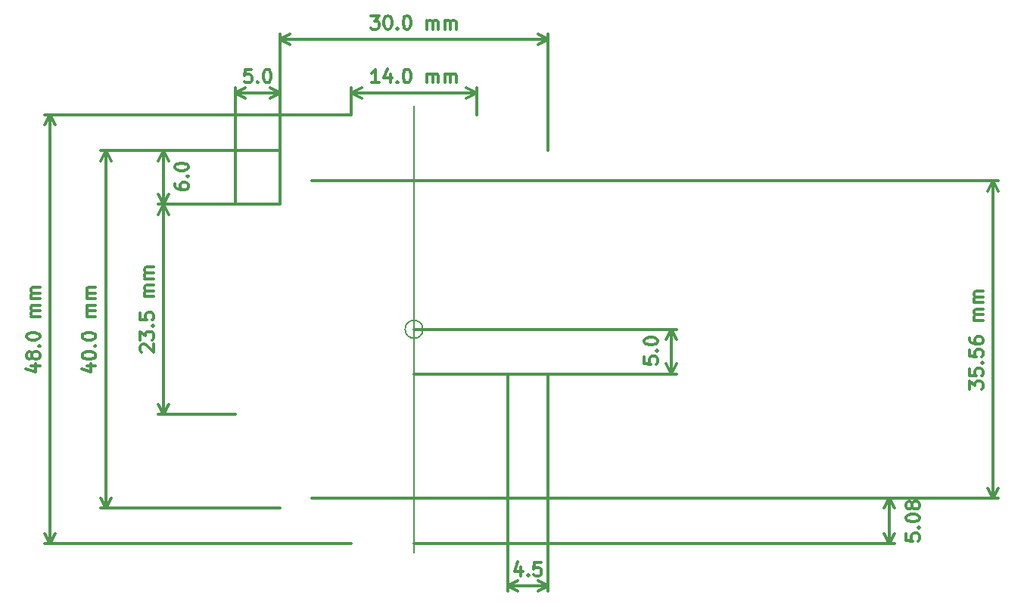
<source format=gbr>
G04 #@! TF.GenerationSoftware,KiCad,Pcbnew,6.0.11-2627ca5db0~126~ubuntu22.04.1*
G04 #@! TF.CreationDate,2023-12-06T10:34:05+01:00*
G04 #@! TF.ProjectId,bus-module_atmega324,6275732d-6d6f-4647-956c-655f61746d65,C*
G04 #@! TF.SameCoordinates,Original*
G04 #@! TF.FileFunction,Other,Comment*
%FSLAX46Y46*%
G04 Gerber Fmt 4.6, Leading zero omitted, Abs format (unit mm)*
G04 Created by KiCad (PCBNEW 6.0.11-2627ca5db0~126~ubuntu22.04.1) date 2023-12-06 10:34:05*
%MOMM*%
%LPD*%
G01*
G04 APERTURE LIST*
%ADD10C,0.200000*%
%ADD11C,0.300000*%
G04 APERTURE END LIST*
D10*
X100000000Y-75000000D02*
X100000000Y-125000000D01*
X101000000Y-100000000D02*
G75*
G03*
X101000000Y-100000000I-1000000J0D01*
G01*
D11*
X162148571Y-106738928D02*
X162148571Y-105810357D01*
X162720000Y-106310357D01*
X162720000Y-106096071D01*
X162791428Y-105953214D01*
X162862857Y-105881785D01*
X163005714Y-105810357D01*
X163362857Y-105810357D01*
X163505714Y-105881785D01*
X163577142Y-105953214D01*
X163648571Y-106096071D01*
X163648571Y-106524642D01*
X163577142Y-106667500D01*
X163505714Y-106738928D01*
X162148571Y-104453214D02*
X162148571Y-105167500D01*
X162862857Y-105238928D01*
X162791428Y-105167500D01*
X162720000Y-105024642D01*
X162720000Y-104667500D01*
X162791428Y-104524642D01*
X162862857Y-104453214D01*
X163005714Y-104381785D01*
X163362857Y-104381785D01*
X163505714Y-104453214D01*
X163577142Y-104524642D01*
X163648571Y-104667500D01*
X163648571Y-105024642D01*
X163577142Y-105167500D01*
X163505714Y-105238928D01*
X163505714Y-103738928D02*
X163577142Y-103667500D01*
X163648571Y-103738928D01*
X163577142Y-103810357D01*
X163505714Y-103738928D01*
X163648571Y-103738928D01*
X162148571Y-102310357D02*
X162148571Y-103024642D01*
X162862857Y-103096071D01*
X162791428Y-103024642D01*
X162720000Y-102881785D01*
X162720000Y-102524642D01*
X162791428Y-102381785D01*
X162862857Y-102310357D01*
X163005714Y-102238928D01*
X163362857Y-102238928D01*
X163505714Y-102310357D01*
X163577142Y-102381785D01*
X163648571Y-102524642D01*
X163648571Y-102881785D01*
X163577142Y-103024642D01*
X163505714Y-103096071D01*
X162148571Y-100953214D02*
X162148571Y-101238928D01*
X162220000Y-101381785D01*
X162291428Y-101453214D01*
X162505714Y-101596071D01*
X162791428Y-101667500D01*
X163362857Y-101667500D01*
X163505714Y-101596071D01*
X163577142Y-101524642D01*
X163648571Y-101381785D01*
X163648571Y-101096071D01*
X163577142Y-100953214D01*
X163505714Y-100881785D01*
X163362857Y-100810357D01*
X163005714Y-100810357D01*
X162862857Y-100881785D01*
X162791428Y-100953214D01*
X162720000Y-101096071D01*
X162720000Y-101381785D01*
X162791428Y-101524642D01*
X162862857Y-101596071D01*
X163005714Y-101667500D01*
X163648571Y-99024642D02*
X162648571Y-99024642D01*
X162791428Y-99024642D02*
X162720000Y-98953214D01*
X162648571Y-98810357D01*
X162648571Y-98596071D01*
X162720000Y-98453214D01*
X162862857Y-98381785D01*
X163648571Y-98381785D01*
X162862857Y-98381785D02*
X162720000Y-98310357D01*
X162648571Y-98167500D01*
X162648571Y-97953214D01*
X162720000Y-97810357D01*
X162862857Y-97738928D01*
X163648571Y-97738928D01*
X163648571Y-97024642D02*
X162648571Y-97024642D01*
X162791428Y-97024642D02*
X162720000Y-96953214D01*
X162648571Y-96810357D01*
X162648571Y-96596071D01*
X162720000Y-96453214D01*
X162862857Y-96381785D01*
X163648571Y-96381785D01*
X162862857Y-96381785D02*
X162720000Y-96310357D01*
X162648571Y-96167500D01*
X162648571Y-95953214D01*
X162720000Y-95810357D01*
X162862857Y-95738928D01*
X163648571Y-95738928D01*
X88570000Y-83387500D02*
X165356420Y-83387500D01*
X88570000Y-118947500D02*
X165356420Y-118947500D01*
X164770000Y-83387500D02*
X164770000Y-118947500D01*
X164770000Y-83387500D02*
X164770000Y-118947500D01*
X164770000Y-83387500D02*
X164183579Y-84514004D01*
X164770000Y-83387500D02*
X165356421Y-84514004D01*
X164770000Y-118947500D02*
X165356421Y-117820996D01*
X164770000Y-118947500D02*
X164183579Y-117820996D01*
X63378571Y-104071428D02*
X64378571Y-104071428D01*
X62807142Y-104428571D02*
X63878571Y-104785714D01*
X63878571Y-103857142D01*
X62878571Y-103000000D02*
X62878571Y-102857142D01*
X62950000Y-102714285D01*
X63021428Y-102642857D01*
X63164285Y-102571428D01*
X63450000Y-102500000D01*
X63807142Y-102500000D01*
X64092857Y-102571428D01*
X64235714Y-102642857D01*
X64307142Y-102714285D01*
X64378571Y-102857142D01*
X64378571Y-103000000D01*
X64307142Y-103142857D01*
X64235714Y-103214285D01*
X64092857Y-103285714D01*
X63807142Y-103357142D01*
X63450000Y-103357142D01*
X63164285Y-103285714D01*
X63021428Y-103214285D01*
X62950000Y-103142857D01*
X62878571Y-103000000D01*
X64235714Y-101857142D02*
X64307142Y-101785714D01*
X64378571Y-101857142D01*
X64307142Y-101928571D01*
X64235714Y-101857142D01*
X64378571Y-101857142D01*
X62878571Y-100857142D02*
X62878571Y-100714285D01*
X62950000Y-100571428D01*
X63021428Y-100500000D01*
X63164285Y-100428571D01*
X63450000Y-100357142D01*
X63807142Y-100357142D01*
X64092857Y-100428571D01*
X64235714Y-100500000D01*
X64307142Y-100571428D01*
X64378571Y-100714285D01*
X64378571Y-100857142D01*
X64307142Y-101000000D01*
X64235714Y-101071428D01*
X64092857Y-101142857D01*
X63807142Y-101214285D01*
X63450000Y-101214285D01*
X63164285Y-101142857D01*
X63021428Y-101071428D01*
X62950000Y-101000000D01*
X62878571Y-100857142D01*
X64378571Y-98571428D02*
X63378571Y-98571428D01*
X63521428Y-98571428D02*
X63450000Y-98500000D01*
X63378571Y-98357142D01*
X63378571Y-98142857D01*
X63450000Y-98000000D01*
X63592857Y-97928571D01*
X64378571Y-97928571D01*
X63592857Y-97928571D02*
X63450000Y-97857142D01*
X63378571Y-97714285D01*
X63378571Y-97500000D01*
X63450000Y-97357142D01*
X63592857Y-97285714D01*
X64378571Y-97285714D01*
X64378571Y-96571428D02*
X63378571Y-96571428D01*
X63521428Y-96571428D02*
X63450000Y-96500000D01*
X63378571Y-96357142D01*
X63378571Y-96142857D01*
X63450000Y-96000000D01*
X63592857Y-95928571D01*
X64378571Y-95928571D01*
X63592857Y-95928571D02*
X63450000Y-95857142D01*
X63378571Y-95714285D01*
X63378571Y-95500000D01*
X63450000Y-95357142D01*
X63592857Y-95285714D01*
X64378571Y-95285714D01*
X85000000Y-120000000D02*
X64913580Y-120000000D01*
X85000000Y-80000000D02*
X64913580Y-80000000D01*
X65500000Y-120000000D02*
X65500000Y-80000000D01*
X65500000Y-120000000D02*
X65500000Y-80000000D01*
X65500000Y-120000000D02*
X66086421Y-118873496D01*
X65500000Y-120000000D02*
X64913579Y-118873496D01*
X65500000Y-80000000D02*
X64913579Y-81126504D01*
X65500000Y-80000000D02*
X66086421Y-81126504D01*
X125748571Y-103101785D02*
X125748571Y-103816071D01*
X126462857Y-103887500D01*
X126391428Y-103816071D01*
X126320000Y-103673214D01*
X126320000Y-103316071D01*
X126391428Y-103173214D01*
X126462857Y-103101785D01*
X126605714Y-103030357D01*
X126962857Y-103030357D01*
X127105714Y-103101785D01*
X127177142Y-103173214D01*
X127248571Y-103316071D01*
X127248571Y-103673214D01*
X127177142Y-103816071D01*
X127105714Y-103887500D01*
X127105714Y-102387500D02*
X127177142Y-102316071D01*
X127248571Y-102387500D01*
X127177142Y-102458928D01*
X127105714Y-102387500D01*
X127248571Y-102387500D01*
X125748571Y-101387500D02*
X125748571Y-101244642D01*
X125820000Y-101101785D01*
X125891428Y-101030357D01*
X126034285Y-100958928D01*
X126320000Y-100887500D01*
X126677142Y-100887500D01*
X126962857Y-100958928D01*
X127105714Y-101030357D01*
X127177142Y-101101785D01*
X127248571Y-101244642D01*
X127248571Y-101387500D01*
X127177142Y-101530357D01*
X127105714Y-101601785D01*
X126962857Y-101673214D01*
X126677142Y-101744642D01*
X126320000Y-101744642D01*
X126034285Y-101673214D01*
X125891428Y-101601785D01*
X125820000Y-101530357D01*
X125748571Y-101387500D01*
X100000000Y-105000000D02*
X129336420Y-105000000D01*
X100000000Y-100000000D02*
X129336420Y-100000000D01*
X128750000Y-105000000D02*
X128750000Y-100000000D01*
X128750000Y-105000000D02*
X128750000Y-100000000D01*
X128750000Y-105000000D02*
X129336421Y-103873496D01*
X128750000Y-105000000D02*
X128163579Y-103873496D01*
X128750000Y-100000000D02*
X128163579Y-101126504D01*
X128750000Y-100000000D02*
X129336421Y-101126504D01*
X96071428Y-72378571D02*
X95214285Y-72378571D01*
X95642857Y-72378571D02*
X95642857Y-70878571D01*
X95500000Y-71092857D01*
X95357142Y-71235714D01*
X95214285Y-71307142D01*
X97357142Y-71378571D02*
X97357142Y-72378571D01*
X97000000Y-70807142D02*
X96642857Y-71878571D01*
X97571428Y-71878571D01*
X98142857Y-72235714D02*
X98214285Y-72307142D01*
X98142857Y-72378571D01*
X98071428Y-72307142D01*
X98142857Y-72235714D01*
X98142857Y-72378571D01*
X99142857Y-70878571D02*
X99285714Y-70878571D01*
X99428571Y-70950000D01*
X99500000Y-71021428D01*
X99571428Y-71164285D01*
X99642857Y-71450000D01*
X99642857Y-71807142D01*
X99571428Y-72092857D01*
X99500000Y-72235714D01*
X99428571Y-72307142D01*
X99285714Y-72378571D01*
X99142857Y-72378571D01*
X99000000Y-72307142D01*
X98928571Y-72235714D01*
X98857142Y-72092857D01*
X98785714Y-71807142D01*
X98785714Y-71450000D01*
X98857142Y-71164285D01*
X98928571Y-71021428D01*
X99000000Y-70950000D01*
X99142857Y-70878571D01*
X101428571Y-72378571D02*
X101428571Y-71378571D01*
X101428571Y-71521428D02*
X101500000Y-71450000D01*
X101642857Y-71378571D01*
X101857142Y-71378571D01*
X102000000Y-71450000D01*
X102071428Y-71592857D01*
X102071428Y-72378571D01*
X102071428Y-71592857D02*
X102142857Y-71450000D01*
X102285714Y-71378571D01*
X102500000Y-71378571D01*
X102642857Y-71450000D01*
X102714285Y-71592857D01*
X102714285Y-72378571D01*
X103428571Y-72378571D02*
X103428571Y-71378571D01*
X103428571Y-71521428D02*
X103500000Y-71450000D01*
X103642857Y-71378571D01*
X103857142Y-71378571D01*
X104000000Y-71450000D01*
X104071428Y-71592857D01*
X104071428Y-72378571D01*
X104071428Y-71592857D02*
X104142857Y-71450000D01*
X104285714Y-71378571D01*
X104500000Y-71378571D01*
X104642857Y-71450000D01*
X104714285Y-71592857D01*
X104714285Y-72378571D01*
X107000000Y-76000000D02*
X107000000Y-72913580D01*
X93000000Y-76000000D02*
X93000000Y-72913580D01*
X107000000Y-73500000D02*
X93000000Y-73500000D01*
X107000000Y-73500000D02*
X93000000Y-73500000D01*
X107000000Y-73500000D02*
X105873496Y-72913579D01*
X107000000Y-73500000D02*
X105873496Y-74086421D01*
X93000000Y-73500000D02*
X94126504Y-74086421D01*
X93000000Y-73500000D02*
X94126504Y-72913579D01*
X69521428Y-102535714D02*
X69450000Y-102464285D01*
X69378571Y-102321428D01*
X69378571Y-101964285D01*
X69450000Y-101821428D01*
X69521428Y-101750000D01*
X69664285Y-101678571D01*
X69807142Y-101678571D01*
X70021428Y-101750000D01*
X70878571Y-102607142D01*
X70878571Y-101678571D01*
X69378571Y-101178571D02*
X69378571Y-100250000D01*
X69950000Y-100750000D01*
X69950000Y-100535714D01*
X70021428Y-100392857D01*
X70092857Y-100321428D01*
X70235714Y-100250000D01*
X70592857Y-100250000D01*
X70735714Y-100321428D01*
X70807142Y-100392857D01*
X70878571Y-100535714D01*
X70878571Y-100964285D01*
X70807142Y-101107142D01*
X70735714Y-101178571D01*
X70735714Y-99607142D02*
X70807142Y-99535714D01*
X70878571Y-99607142D01*
X70807142Y-99678571D01*
X70735714Y-99607142D01*
X70878571Y-99607142D01*
X69378571Y-98178571D02*
X69378571Y-98892857D01*
X70092857Y-98964285D01*
X70021428Y-98892857D01*
X69950000Y-98750000D01*
X69950000Y-98392857D01*
X70021428Y-98250000D01*
X70092857Y-98178571D01*
X70235714Y-98107142D01*
X70592857Y-98107142D01*
X70735714Y-98178571D01*
X70807142Y-98250000D01*
X70878571Y-98392857D01*
X70878571Y-98750000D01*
X70807142Y-98892857D01*
X70735714Y-98964285D01*
X70878571Y-96321428D02*
X69878571Y-96321428D01*
X70021428Y-96321428D02*
X69950000Y-96250000D01*
X69878571Y-96107142D01*
X69878571Y-95892857D01*
X69950000Y-95750000D01*
X70092857Y-95678571D01*
X70878571Y-95678571D01*
X70092857Y-95678571D02*
X69950000Y-95607142D01*
X69878571Y-95464285D01*
X69878571Y-95250000D01*
X69950000Y-95107142D01*
X70092857Y-95035714D01*
X70878571Y-95035714D01*
X70878571Y-94321428D02*
X69878571Y-94321428D01*
X70021428Y-94321428D02*
X69950000Y-94250000D01*
X69878571Y-94107142D01*
X69878571Y-93892857D01*
X69950000Y-93750000D01*
X70092857Y-93678571D01*
X70878571Y-93678571D01*
X70092857Y-93678571D02*
X69950000Y-93607142D01*
X69878571Y-93464285D01*
X69878571Y-93250000D01*
X69950000Y-93107142D01*
X70092857Y-93035714D01*
X70878571Y-93035714D01*
X80000000Y-109500000D02*
X71413580Y-109500000D01*
X80000000Y-86000000D02*
X71413580Y-86000000D01*
X72000000Y-109500000D02*
X72000000Y-86000000D01*
X72000000Y-109500000D02*
X72000000Y-86000000D01*
X72000000Y-109500000D02*
X72586421Y-108373496D01*
X72000000Y-109500000D02*
X71413579Y-108373496D01*
X72000000Y-86000000D02*
X71413579Y-87126504D01*
X72000000Y-86000000D02*
X72586421Y-87126504D01*
X155058571Y-122916071D02*
X155058571Y-123630357D01*
X155772857Y-123701785D01*
X155701428Y-123630357D01*
X155630000Y-123487500D01*
X155630000Y-123130357D01*
X155701428Y-122987500D01*
X155772857Y-122916071D01*
X155915714Y-122844642D01*
X156272857Y-122844642D01*
X156415714Y-122916071D01*
X156487142Y-122987500D01*
X156558571Y-123130357D01*
X156558571Y-123487500D01*
X156487142Y-123630357D01*
X156415714Y-123701785D01*
X156415714Y-122201785D02*
X156487142Y-122130357D01*
X156558571Y-122201785D01*
X156487142Y-122273214D01*
X156415714Y-122201785D01*
X156558571Y-122201785D01*
X155058571Y-121201785D02*
X155058571Y-121058928D01*
X155130000Y-120916071D01*
X155201428Y-120844642D01*
X155344285Y-120773214D01*
X155630000Y-120701785D01*
X155987142Y-120701785D01*
X156272857Y-120773214D01*
X156415714Y-120844642D01*
X156487142Y-120916071D01*
X156558571Y-121058928D01*
X156558571Y-121201785D01*
X156487142Y-121344642D01*
X156415714Y-121416071D01*
X156272857Y-121487500D01*
X155987142Y-121558928D01*
X155630000Y-121558928D01*
X155344285Y-121487500D01*
X155201428Y-121416071D01*
X155130000Y-121344642D01*
X155058571Y-121201785D01*
X155701428Y-119844642D02*
X155630000Y-119987500D01*
X155558571Y-120058928D01*
X155415714Y-120130357D01*
X155344285Y-120130357D01*
X155201428Y-120058928D01*
X155130000Y-119987500D01*
X155058571Y-119844642D01*
X155058571Y-119558928D01*
X155130000Y-119416071D01*
X155201428Y-119344642D01*
X155344285Y-119273214D01*
X155415714Y-119273214D01*
X155558571Y-119344642D01*
X155630000Y-119416071D01*
X155701428Y-119558928D01*
X155701428Y-119844642D01*
X155772857Y-119987500D01*
X155844285Y-120058928D01*
X155987142Y-120130357D01*
X156272857Y-120130357D01*
X156415714Y-120058928D01*
X156487142Y-119987500D01*
X156558571Y-119844642D01*
X156558571Y-119558928D01*
X156487142Y-119416071D01*
X156415714Y-119344642D01*
X156272857Y-119273214D01*
X155987142Y-119273214D01*
X155844285Y-119344642D01*
X155772857Y-119416071D01*
X155701428Y-119558928D01*
X99974400Y-124002800D02*
X153748420Y-124002800D01*
X99974400Y-118922800D02*
X153748420Y-118922800D01*
X153162000Y-124002800D02*
X153162000Y-118922800D01*
X153162000Y-124002800D02*
X153162000Y-118922800D01*
X153162000Y-124002800D02*
X153748421Y-122876296D01*
X153162000Y-124002800D02*
X152575579Y-122876296D01*
X153162000Y-118922800D02*
X152575579Y-120049304D01*
X153162000Y-118922800D02*
X153748421Y-120049304D01*
X73248571Y-83673214D02*
X73248571Y-83958928D01*
X73320000Y-84101785D01*
X73391428Y-84173214D01*
X73605714Y-84316071D01*
X73891428Y-84387500D01*
X74462857Y-84387500D01*
X74605714Y-84316071D01*
X74677142Y-84244642D01*
X74748571Y-84101785D01*
X74748571Y-83816071D01*
X74677142Y-83673214D01*
X74605714Y-83601785D01*
X74462857Y-83530357D01*
X74105714Y-83530357D01*
X73962857Y-83601785D01*
X73891428Y-83673214D01*
X73820000Y-83816071D01*
X73820000Y-84101785D01*
X73891428Y-84244642D01*
X73962857Y-84316071D01*
X74105714Y-84387500D01*
X74605714Y-82887500D02*
X74677142Y-82816071D01*
X74748571Y-82887500D01*
X74677142Y-82958928D01*
X74605714Y-82887500D01*
X74748571Y-82887500D01*
X73248571Y-81887500D02*
X73248571Y-81744642D01*
X73320000Y-81601785D01*
X73391428Y-81530357D01*
X73534285Y-81458928D01*
X73820000Y-81387500D01*
X74177142Y-81387500D01*
X74462857Y-81458928D01*
X74605714Y-81530357D01*
X74677142Y-81601785D01*
X74748571Y-81744642D01*
X74748571Y-81887500D01*
X74677142Y-82030357D01*
X74605714Y-82101785D01*
X74462857Y-82173214D01*
X74177142Y-82244642D01*
X73820000Y-82244642D01*
X73534285Y-82173214D01*
X73391428Y-82101785D01*
X73320000Y-82030357D01*
X73248571Y-81887500D01*
X85000000Y-86000000D02*
X71413580Y-86000000D01*
X85000000Y-80000000D02*
X71413580Y-80000000D01*
X72000000Y-86000000D02*
X72000000Y-80000000D01*
X72000000Y-86000000D02*
X72000000Y-80000000D01*
X72000000Y-86000000D02*
X72586421Y-84873496D01*
X72000000Y-86000000D02*
X71413579Y-84873496D01*
X72000000Y-80000000D02*
X71413579Y-81126504D01*
X72000000Y-80000000D02*
X72586421Y-81126504D01*
X95142857Y-64878571D02*
X96071428Y-64878571D01*
X95571428Y-65450000D01*
X95785714Y-65450000D01*
X95928571Y-65521428D01*
X96000000Y-65592857D01*
X96071428Y-65735714D01*
X96071428Y-66092857D01*
X96000000Y-66235714D01*
X95928571Y-66307142D01*
X95785714Y-66378571D01*
X95357142Y-66378571D01*
X95214285Y-66307142D01*
X95142857Y-66235714D01*
X97000000Y-64878571D02*
X97142857Y-64878571D01*
X97285714Y-64950000D01*
X97357142Y-65021428D01*
X97428571Y-65164285D01*
X97500000Y-65450000D01*
X97500000Y-65807142D01*
X97428571Y-66092857D01*
X97357142Y-66235714D01*
X97285714Y-66307142D01*
X97142857Y-66378571D01*
X97000000Y-66378571D01*
X96857142Y-66307142D01*
X96785714Y-66235714D01*
X96714285Y-66092857D01*
X96642857Y-65807142D01*
X96642857Y-65450000D01*
X96714285Y-65164285D01*
X96785714Y-65021428D01*
X96857142Y-64950000D01*
X97000000Y-64878571D01*
X98142857Y-66235714D02*
X98214285Y-66307142D01*
X98142857Y-66378571D01*
X98071428Y-66307142D01*
X98142857Y-66235714D01*
X98142857Y-66378571D01*
X99142857Y-64878571D02*
X99285714Y-64878571D01*
X99428571Y-64950000D01*
X99500000Y-65021428D01*
X99571428Y-65164285D01*
X99642857Y-65450000D01*
X99642857Y-65807142D01*
X99571428Y-66092857D01*
X99500000Y-66235714D01*
X99428571Y-66307142D01*
X99285714Y-66378571D01*
X99142857Y-66378571D01*
X99000000Y-66307142D01*
X98928571Y-66235714D01*
X98857142Y-66092857D01*
X98785714Y-65807142D01*
X98785714Y-65450000D01*
X98857142Y-65164285D01*
X98928571Y-65021428D01*
X99000000Y-64950000D01*
X99142857Y-64878571D01*
X101428571Y-66378571D02*
X101428571Y-65378571D01*
X101428571Y-65521428D02*
X101500000Y-65450000D01*
X101642857Y-65378571D01*
X101857142Y-65378571D01*
X102000000Y-65450000D01*
X102071428Y-65592857D01*
X102071428Y-66378571D01*
X102071428Y-65592857D02*
X102142857Y-65450000D01*
X102285714Y-65378571D01*
X102500000Y-65378571D01*
X102642857Y-65450000D01*
X102714285Y-65592857D01*
X102714285Y-66378571D01*
X103428571Y-66378571D02*
X103428571Y-65378571D01*
X103428571Y-65521428D02*
X103500000Y-65450000D01*
X103642857Y-65378571D01*
X103857142Y-65378571D01*
X104000000Y-65450000D01*
X104071428Y-65592857D01*
X104071428Y-66378571D01*
X104071428Y-65592857D02*
X104142857Y-65450000D01*
X104285714Y-65378571D01*
X104500000Y-65378571D01*
X104642857Y-65450000D01*
X104714285Y-65592857D01*
X104714285Y-66378571D01*
X115000000Y-80000000D02*
X115000000Y-66913580D01*
X85000000Y-80000000D02*
X85000000Y-66913580D01*
X115000000Y-67500000D02*
X85000000Y-67500000D01*
X115000000Y-67500000D02*
X85000000Y-67500000D01*
X115000000Y-67500000D02*
X113873496Y-66913579D01*
X115000000Y-67500000D02*
X113873496Y-68086421D01*
X85000000Y-67500000D02*
X86126504Y-68086421D01*
X85000000Y-67500000D02*
X86126504Y-66913579D01*
X111964285Y-126628571D02*
X111964285Y-127628571D01*
X111607142Y-126057142D02*
X111250000Y-127128571D01*
X112178571Y-127128571D01*
X112750000Y-127485714D02*
X112821428Y-127557142D01*
X112750000Y-127628571D01*
X112678571Y-127557142D01*
X112750000Y-127485714D01*
X112750000Y-127628571D01*
X114178571Y-126128571D02*
X113464285Y-126128571D01*
X113392857Y-126842857D01*
X113464285Y-126771428D01*
X113607142Y-126700000D01*
X113964285Y-126700000D01*
X114107142Y-126771428D01*
X114178571Y-126842857D01*
X114250000Y-126985714D01*
X114250000Y-127342857D01*
X114178571Y-127485714D01*
X114107142Y-127557142D01*
X113964285Y-127628571D01*
X113607142Y-127628571D01*
X113464285Y-127557142D01*
X113392857Y-127485714D01*
X115000000Y-105000000D02*
X115000000Y-129336420D01*
X110500000Y-105000000D02*
X110500000Y-129336420D01*
X115000000Y-128750000D02*
X110500000Y-128750000D01*
X115000000Y-128750000D02*
X110500000Y-128750000D01*
X115000000Y-128750000D02*
X113873496Y-128163579D01*
X115000000Y-128750000D02*
X113873496Y-129336421D01*
X110500000Y-128750000D02*
X111626504Y-129336421D01*
X110500000Y-128750000D02*
X111626504Y-128163579D01*
X57128571Y-104071428D02*
X58128571Y-104071428D01*
X56557142Y-104428571D02*
X57628571Y-104785714D01*
X57628571Y-103857142D01*
X57271428Y-103071428D02*
X57200000Y-103214285D01*
X57128571Y-103285714D01*
X56985714Y-103357142D01*
X56914285Y-103357142D01*
X56771428Y-103285714D01*
X56700000Y-103214285D01*
X56628571Y-103071428D01*
X56628571Y-102785714D01*
X56700000Y-102642857D01*
X56771428Y-102571428D01*
X56914285Y-102500000D01*
X56985714Y-102500000D01*
X57128571Y-102571428D01*
X57200000Y-102642857D01*
X57271428Y-102785714D01*
X57271428Y-103071428D01*
X57342857Y-103214285D01*
X57414285Y-103285714D01*
X57557142Y-103357142D01*
X57842857Y-103357142D01*
X57985714Y-103285714D01*
X58057142Y-103214285D01*
X58128571Y-103071428D01*
X58128571Y-102785714D01*
X58057142Y-102642857D01*
X57985714Y-102571428D01*
X57842857Y-102500000D01*
X57557142Y-102500000D01*
X57414285Y-102571428D01*
X57342857Y-102642857D01*
X57271428Y-102785714D01*
X57985714Y-101857142D02*
X58057142Y-101785714D01*
X58128571Y-101857142D01*
X58057142Y-101928571D01*
X57985714Y-101857142D01*
X58128571Y-101857142D01*
X56628571Y-100857142D02*
X56628571Y-100714285D01*
X56700000Y-100571428D01*
X56771428Y-100500000D01*
X56914285Y-100428571D01*
X57200000Y-100357142D01*
X57557142Y-100357142D01*
X57842857Y-100428571D01*
X57985714Y-100500000D01*
X58057142Y-100571428D01*
X58128571Y-100714285D01*
X58128571Y-100857142D01*
X58057142Y-101000000D01*
X57985714Y-101071428D01*
X57842857Y-101142857D01*
X57557142Y-101214285D01*
X57200000Y-101214285D01*
X56914285Y-101142857D01*
X56771428Y-101071428D01*
X56700000Y-101000000D01*
X56628571Y-100857142D01*
X58128571Y-98571428D02*
X57128571Y-98571428D01*
X57271428Y-98571428D02*
X57200000Y-98500000D01*
X57128571Y-98357142D01*
X57128571Y-98142857D01*
X57200000Y-98000000D01*
X57342857Y-97928571D01*
X58128571Y-97928571D01*
X57342857Y-97928571D02*
X57200000Y-97857142D01*
X57128571Y-97714285D01*
X57128571Y-97500000D01*
X57200000Y-97357142D01*
X57342857Y-97285714D01*
X58128571Y-97285714D01*
X58128571Y-96571428D02*
X57128571Y-96571428D01*
X57271428Y-96571428D02*
X57200000Y-96500000D01*
X57128571Y-96357142D01*
X57128571Y-96142857D01*
X57200000Y-96000000D01*
X57342857Y-95928571D01*
X58128571Y-95928571D01*
X57342857Y-95928571D02*
X57200000Y-95857142D01*
X57128571Y-95714285D01*
X57128571Y-95500000D01*
X57200000Y-95357142D01*
X57342857Y-95285714D01*
X58128571Y-95285714D01*
X93000000Y-124000000D02*
X58663580Y-124000000D01*
X93000000Y-76000000D02*
X58663580Y-76000000D01*
X59250000Y-124000000D02*
X59250000Y-76000000D01*
X59250000Y-124000000D02*
X59250000Y-76000000D01*
X59250000Y-124000000D02*
X59836421Y-122873496D01*
X59250000Y-124000000D02*
X58663579Y-122873496D01*
X59250000Y-76000000D02*
X58663579Y-77126504D01*
X59250000Y-76000000D02*
X59836421Y-77126504D01*
X81785714Y-70878571D02*
X81071428Y-70878571D01*
X81000000Y-71592857D01*
X81071428Y-71521428D01*
X81214285Y-71450000D01*
X81571428Y-71450000D01*
X81714285Y-71521428D01*
X81785714Y-71592857D01*
X81857142Y-71735714D01*
X81857142Y-72092857D01*
X81785714Y-72235714D01*
X81714285Y-72307142D01*
X81571428Y-72378571D01*
X81214285Y-72378571D01*
X81071428Y-72307142D01*
X81000000Y-72235714D01*
X82500000Y-72235714D02*
X82571428Y-72307142D01*
X82500000Y-72378571D01*
X82428571Y-72307142D01*
X82500000Y-72235714D01*
X82500000Y-72378571D01*
X83500000Y-70878571D02*
X83642857Y-70878571D01*
X83785714Y-70950000D01*
X83857142Y-71021428D01*
X83928571Y-71164285D01*
X84000000Y-71450000D01*
X84000000Y-71807142D01*
X83928571Y-72092857D01*
X83857142Y-72235714D01*
X83785714Y-72307142D01*
X83642857Y-72378571D01*
X83500000Y-72378571D01*
X83357142Y-72307142D01*
X83285714Y-72235714D01*
X83214285Y-72092857D01*
X83142857Y-71807142D01*
X83142857Y-71450000D01*
X83214285Y-71164285D01*
X83285714Y-71021428D01*
X83357142Y-70950000D01*
X83500000Y-70878571D01*
X80000000Y-86000000D02*
X80000000Y-72913580D01*
X85000000Y-86000000D02*
X85000000Y-72913580D01*
X80000000Y-73500000D02*
X85000000Y-73500000D01*
X80000000Y-73500000D02*
X85000000Y-73500000D01*
X80000000Y-73500000D02*
X81126504Y-74086421D01*
X80000000Y-73500000D02*
X81126504Y-72913579D01*
X85000000Y-73500000D02*
X83873496Y-72913579D01*
X85000000Y-73500000D02*
X83873496Y-74086421D01*
M02*

</source>
